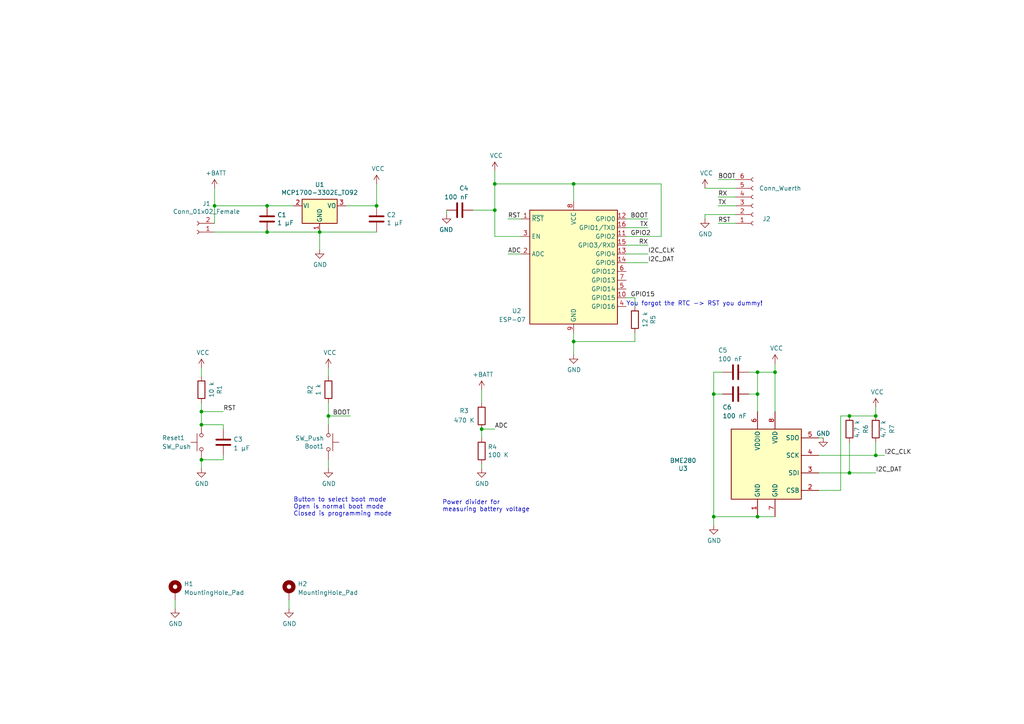
<source format=kicad_sch>
(kicad_sch (version 20230121) (generator eeschema)
  (paper "A4")
  (lib_symbols
    (symbol "Connector:Conn_01x02_Female" (pin_names (offset 1.016) hide)
      (property "Reference" "J" (at 0 2.54 0))
      (property "Value" "Conn_01x02_Female" (at 0 -5.08 0))
      (symbol "Conn_01x02_Female_1_1"
        (arc (start 0 -2.032) (mid -0.5058 -2.54) (end 0 -3.048) (stroke (width 0.1524)))
        (polyline (pts (xy -1.27 -2.54) (xy -0.508 -2.54)) (stroke (width 0.1524)))
        (polyline (pts (xy -1.27 0) (xy -0.508 0)) (stroke (width 0.1524)))
        (arc (start 0 0.508) (mid -0.5058 0) (end 0 -0.508) (stroke (width 0.1524)))
        (pin passive line (at -5.08 0 0) (length 3.81) (name "Pin_1") (number "1"))
        (pin passive line (at -5.08 -2.54 0) (length 3.81) (name "Pin_2") (number "2"))
      )
    )
    (symbol "Connector:Conn_01x06_Female" (pin_names (offset 1.016) hide)
      (property "Reference" "J" (at 0 7.62 0))
      (property "Value" "Conn_01x06_Female" (at 0 -10.16 0))
      (symbol "Conn_01x06_Female_1_1"
        (arc (start 0 -7.112) (mid -0.5058 -7.62) (end 0 -8.128) (stroke (width 0.1524)))
        (arc (start 0 -4.572) (mid -0.5058 -5.08) (end 0 -5.588) (stroke (width 0.1524)))
        (arc (start 0 -2.032) (mid -0.5058 -2.54) (end 0 -3.048) (stroke (width 0.1524)))
        (polyline (pts (xy -1.27 -7.62) (xy -0.508 -7.62)) (stroke (width 0.1524)))
        (polyline (pts (xy -1.27 -5.08) (xy -0.508 -5.08)) (stroke (width 0.1524)))
        (polyline (pts (xy -1.27 -2.54) (xy -0.508 -2.54)) (stroke (width 0.1524)))
        (polyline (pts (xy -1.27 0) (xy -0.508 0)) (stroke (width 0.1524)))
        (polyline (pts (xy -1.27 2.54) (xy -0.508 2.54)) (stroke (width 0.1524)))
        (polyline (pts (xy -1.27 5.08) (xy -0.508 5.08)) (stroke (width 0.1524)))
        (arc (start 0 0.508) (mid -0.5058 0) (end 0 -0.508) (stroke (width 0.1524)))
        (arc (start 0 3.048) (mid -0.5058 2.54) (end 0 2.032) (stroke (width 0.1524)))
        (arc (start 0 5.588) (mid -0.5058 5.08) (end 0 4.572) (stroke (width 0.1524)))
        (pin passive line (at -5.08 5.08 0) (length 3.81) (name "Pin_1") (number "1"))
        (pin passive line (at -5.08 2.54 0) (length 3.81) (name "Pin_2") (number "2"))
        (pin passive line (at -5.08 0 0) (length 3.81) (name "Pin_3") (number "3"))
        (pin passive line (at -5.08 -2.54 0) (length 3.81) (name "Pin_4") (number "4"))
        (pin passive line (at -5.08 -5.08 0) (length 3.81) (name "Pin_5") (number "5"))
        (pin passive line (at -5.08 -7.62 0) (length 3.81) (name "Pin_6") (number "6"))
      )
    )
    (symbol "Device:C" (pin_numbers hide) (pin_names (offset 0.254))
      (property "Reference" "C" (at 0.635 2.54 0))
      (property "Value" "C" (at 0.635 -2.54 0))
      (symbol "C_0_1"
        (polyline (pts (xy -2.032 -0.762) (xy 2.032 -0.762)) (stroke (width 0.508)))
        (polyline (pts (xy -2.032 0.762) (xy 2.032 0.762)) (stroke (width 0.508)))
      )
      (symbol "C_1_1"
        (pin passive line (at 0 3.81 270) (length 2.794) (name "~") (number "1"))
        (pin passive line (at 0 -3.81 90) (length 2.794) (name "~") (number "2"))
      )
    )
    (symbol "Device:R" (pin_numbers hide) (pin_names (offset 0))
      (property "Reference" "R" (at 2.032 0 90))
      (property "Value" "R" (at 0 0 90))
      (symbol "R_0_1"
        (rectangle (start -1.016 -2.54) (end 1.016 2.54) (stroke (width 0.254)))
      )
      (symbol "R_1_1"
        (pin passive line (at 0 3.81 270) (length 1.27) (name "~") (number "1"))
        (pin passive line (at 0 -3.81 90) (length 1.27) (name "~") (number "2"))
      )
    )
    (symbol "Mechanical:MountingHole_Pad" (pin_numbers hide) (pin_names (offset 1.016) hide)
      (property "Reference" "H" (at 0 6.35 0))
      (property "Value" "MountingHole_Pad" (at 0 4.445 0))
      (symbol "MountingHole_Pad_0_1"
        (circle (center 0 1.27) (radius 1.27) (stroke (width 1.27)))
      )
      (symbol "MountingHole_Pad_1_1"
        (pin input line (at 0 -2.54 90) (length 2.54) (name "1") (number "1"))
      )
    )
    (symbol "RF_Module:ESP-07"
      (property "Reference" "U" (at -12.7 19.05 0))
      (property "Value" "ESP-07" (at 12.7 19.05 0))
      (symbol "ESP-07_0_1"
        (rectangle (start -12.7 17.78) (end 12.7 -15.24) (stroke (width 0.254)) (fill (type background)))
      )
      (symbol "ESP-07_1_1"
        (pin input line (at -15.24 15.24 0) (length 2.54) (name "~{RST}") (number "1"))
        (pin bidirectional line (at 15.24 -7.62 180) (length 2.54) (name "GPIO15") (number "10"))
        (pin bidirectional line (at 15.24 10.16 180) (length 2.54) (name "GPIO2") (number "11"))
        (pin bidirectional line (at 15.24 15.24 180) (length 2.54) (name "GPIO0") (number "12"))
        (pin bidirectional line (at 15.24 5.08 180) (length 2.54) (name "GPIO4") (number "13"))
        (pin bidirectional line (at 15.24 2.54 180) (length 2.54) (name "GPIO5") (number "14"))
        (pin bidirectional line (at 15.24 7.62 180) (length 2.54) (name "GPIO3/RXD") (number "15"))
        (pin bidirectional line (at 15.24 12.7 180) (length 2.54) (name "GPIO1/TXD") (number "16"))
        (pin input line (at -15.24 5.08 0) (length 2.54) (name "ADC") (number "2"))
        (pin input line (at -15.24 10.16 0) (length 2.54) (name "EN") (number "3"))
        (pin bidirectional line (at 15.24 -10.16 180) (length 2.54) (name "GPIO16") (number "4"))
        (pin bidirectional line (at 15.24 -5.08 180) (length 2.54) (name "GPIO14") (number "5"))
        (pin bidirectional line (at 15.24 0 180) (length 2.54) (name "GPIO12") (number "6"))
        (pin bidirectional line (at 15.24 -2.54 180) (length 2.54) (name "GPIO13") (number "7"))
        (pin power_in line (at 0 20.32 270) (length 2.54) (name "VCC") (number "8"))
        (pin power_in line (at 0 -17.78 90) (length 2.54) (name "GND") (number "9"))
      )
    )
    (symbol "Regulator_Linear:MCP1700-3302E_TO92" (pin_names (offset 0.254))
      (property "Reference" "U" (at -3.81 -3.175 0))
      (property "Value" "MCP1700-3302E_TO92" (at 0 -3.175 0))
      (symbol "MCP1700-3302E_TO92_0_1"
        (rectangle (start -5.08 5.08) (end 5.08 -1.905) (stroke (width 0.254)) (fill (type background)))
      )
      (symbol "MCP1700-3302E_TO92_1_1"
        (pin power_in line (at 0 7.62 270) (length 2.54) (name "GND") (number "1"))
        (pin power_in line (at -7.62 0 0) (length 2.54) (name "VI") (number "2"))
        (pin power_out line (at 7.62 0 180) (length 2.54) (name "VO") (number "3"))
      )
    )
    (symbol "Sensor:BME280"
      (property "Reference" "U" (at -8.89 11.43 0))
      (property "Value" "BME280" (at 7.62 11.43 0))
      (symbol "BME280_0_1"
        (rectangle (start -10.16 10.16) (end 10.16 -10.16) (stroke (width 0.254)) (fill (type background)))
      )
      (symbol "BME280_1_1"
        (pin power_in line (at -2.54 -15.24 90) (length 5.08) (name "GND") (number "1"))
        (pin input line (at 15.24 -7.62 180) (length 5.08) (name "CSB") (number "2"))
        (pin bidirectional line (at 15.24 -2.54 180) (length 5.08) (name "SDI") (number "3"))
        (pin input line (at 15.24 2.54 180) (length 5.08) (name "SCK") (number "4"))
        (pin bidirectional line (at 15.24 7.62 180) (length 5.08) (name "SDO") (number "5"))
        (pin power_in line (at -2.54 15.24 270) (length 5.08) (name "VDDIO") (number "6"))
        (pin power_in line (at 2.54 -15.24 90) (length 5.08) (name "GND") (number "7"))
        (pin power_in line (at 2.54 15.24 270) (length 5.08) (name "VDD") (number "8"))
      )
    )
    (symbol "Switch:SW_Push" (pin_numbers hide) (pin_names (offset 1.016) hide)
      (property "Reference" "SW" (at 1.27 2.54 0))
      (property "Value" "SW_Push" (at 0 -1.524 0))
      (symbol "SW_Push_0_1"
        (circle (center -2.032 0) (radius 0.508))
        (polyline (pts (xy 0 1.27) (xy 0 3.048)))
        (polyline (pts (xy 2.54 1.27) (xy -2.54 1.27)))
        (circle (center 2.032 0) (radius 0.508))
        (pin passive line (at -5.08 0 0) (length 2.54) (name "1") (number "1"))
        (pin passive line (at 5.08 0 180) (length 2.54) (name "2") (number "2"))
      )
    )
    (symbol "power:+BATT" (power) (pin_names (offset 0))
      (property "Value" "+BATT" (at 0 3.556 0))
      (symbol "+BATT_0_1"
        (polyline (pts (xy -0.762 1.27) (xy 0 2.54)))
        (polyline (pts (xy 0 0) (xy 0 2.54)))
        (polyline (pts (xy 0 2.54) (xy 0.762 1.27)))
      )
      (symbol "+BATT_1_1"
        (pin power_in line (at 0 0 90) (length 0) hide (name "+BATT") (number "1"))
      )
    )
    (symbol "power:GND" (power) (pin_names (offset 0))
      (property "Value" "GND" (at 0 -3.81 0))
      (symbol "GND_0_1"
        (polyline (pts (xy 0 0) (xy 0 -1.27) (xy 1.27 -1.27) (xy 0 -2.54) (xy -1.27 -1.27) (xy 0 -1.27)))
      )
      (symbol "GND_1_1"
        (pin power_in line (at 0 0 270) (length 0) hide (name "GND") (number "1"))
      )
    )
    (symbol "power:VCC" (power) (pin_names (offset 0))
      (property "Value" "VCC" (at 0 3.81 0))
      (symbol "VCC_0_1"
        (polyline (pts (xy -0.762 1.27) (xy 0 2.54)))
        (polyline (pts (xy 0 0) (xy 0 2.54)))
        (polyline (pts (xy 0 2.54) (xy 0.762 1.27)))
      )
      (symbol "VCC_1_1"
        (pin power_in line (at 0 0 90) (length 0) hide (name "VCC") (number "1"))
      )
    )
  )
  (junction (at 219.71 149.86))
  (junction (at 207.01 149.86))
  (junction (at 62.23 59.69))
  (junction (at 246.38 120.65))
  (junction (at 143.51 53.34))
  (junction (at 254 132.08))
  (junction (at 166.37 53.34))
  (junction (at 95.25 120.65))
  (junction (at 92.71 67.31))
  (junction (at 166.37 99.06))
  (junction (at 143.51 60.96))
  (junction (at 77.47 67.31))
  (junction (at 77.47 59.69))
  (junction (at 219.71 114.3))
  (junction (at 58.42 133.35))
  (junction (at 139.7 124.46))
  (junction (at 207.01 114.3))
  (junction (at 58.42 123.19))
  (junction (at 254 120.65))
  (junction (at 58.42 119.38))
  (junction (at 246.38 137.16))
  (junction (at 224.79 107.95))
  (junction (at 219.71 107.95))
  (junction (at 109.22 59.69))
  (wire (pts (xy 62.23 67.31) (xy 77.47 67.31)))
  (wire (pts (xy 58.42 133.35) (xy 58.42 135.89)))
  (wire (pts (xy 181.61 63.5) (xy 187.96 63.5)))
  (wire (pts (xy 204.47 63.5) (xy 204.47 62.23)))
  (wire (pts (xy 166.37 96.52) (xy 166.37 99.06)))
  (wire (pts (xy 64.77 133.35) (xy 58.42 133.35)))
  (wire (pts (xy 207.01 149.86) (xy 207.01 152.4)))
  (wire (pts (xy 151.13 73.66) (xy 147.32 73.66)))
  (wire (pts (xy 243.84 120.65) (xy 246.38 120.65)))
  (wire (pts (xy 58.42 119.38) (xy 64.77 119.38)))
  (wire (pts (xy 95.25 116.84) (xy 95.25 120.65)))
  (wire (pts (xy 219.71 149.86) (xy 224.79 149.86)))
  (wire (pts (xy 166.37 99.06) (xy 166.37 102.87)))
  (wire (pts (xy 166.37 53.34) (xy 166.37 58.42)))
  (wire (pts (xy 243.84 142.24) (xy 243.84 120.65)))
  (wire (pts (xy 62.23 59.69) (xy 77.47 59.69)))
  (wire (pts (xy 143.51 53.34) (xy 143.51 60.96)))
  (wire (pts (xy 207.01 107.95) (xy 209.55 107.95)))
  (wire (pts (xy 208.28 52.07) (xy 213.36 52.07)))
  (wire (pts (xy 77.47 59.69) (xy 85.09 59.69)))
  (wire (pts (xy 254 118.11) (xy 254 120.65)))
  (wire (pts (xy 207.01 114.3) (xy 207.01 149.86)))
  (wire (pts (xy 213.36 59.69) (xy 208.28 59.69)))
  (wire (pts (xy 254 128.27) (xy 254 132.08)))
  (wire (pts (xy 77.47 67.31) (xy 92.71 67.31)))
  (wire (pts (xy 92.71 67.31) (xy 109.22 67.31)))
  (wire (pts (xy 219.71 114.3) (xy 219.71 119.38)))
  (wire (pts (xy 83.82 173.99) (xy 83.82 176.53)))
  (wire (pts (xy 64.77 123.19) (xy 58.42 123.19)))
  (wire (pts (xy 58.42 106.68) (xy 58.42 109.22)))
  (wire (pts (xy 224.79 107.95) (xy 224.79 119.38)))
  (wire (pts (xy 181.61 86.36) (xy 184.15 86.36)))
  (wire (pts (xy 219.71 114.3) (xy 217.17 114.3)))
  (wire (pts (xy 58.42 123.19) (xy 58.42 119.38)))
  (wire (pts (xy 166.37 53.34) (xy 143.51 53.34)))
  (wire (pts (xy 62.23 54.61) (xy 62.23 59.69)))
  (wire (pts (xy 237.49 142.24) (xy 243.84 142.24)))
  (wire (pts (xy 237.49 132.08) (xy 254 132.08)))
  (wire (pts (xy 143.51 60.96) (xy 143.51 68.58)))
  (wire (pts (xy 92.71 67.31) (xy 92.71 72.39)))
  (wire (pts (xy 184.15 96.52) (xy 184.15 99.06)))
  (wire (pts (xy 139.7 113.03) (xy 139.7 116.84)))
  (wire (pts (xy 100.33 59.69) (xy 109.22 59.69)))
  (wire (pts (xy 181.61 68.58) (xy 191.77 68.58)))
  (wire (pts (xy 213.36 54.61) (xy 204.47 54.61)))
  (wire (pts (xy 219.71 107.95) (xy 217.17 107.95)))
  (wire (pts (xy 62.23 64.77) (xy 62.23 59.69)))
  (wire (pts (xy 237.49 127) (xy 238.76 127)))
  (wire (pts (xy 95.25 106.68) (xy 95.25 109.22)))
  (wire (pts (xy 207.01 149.86) (xy 219.71 149.86)))
  (wire (pts (xy 129.54 60.96) (xy 129.54 62.23)))
  (wire (pts (xy 181.61 66.04) (xy 187.96 66.04)))
  (wire (pts (xy 224.79 105.41) (xy 224.79 107.95)))
  (wire (pts (xy 95.25 135.89) (xy 95.25 133.35)))
  (wire (pts (xy 147.32 63.5) (xy 151.13 63.5)))
  (wire (pts (xy 184.15 86.36) (xy 184.15 88.9)))
  (wire (pts (xy 139.7 134.62) (xy 139.7 135.89)))
  (wire (pts (xy 204.47 62.23) (xy 213.36 62.23)))
  (wire (pts (xy 64.77 124.46) (xy 64.77 123.19)))
  (wire (pts (xy 191.77 68.58) (xy 191.77 53.34)))
  (wire (pts (xy 184.15 99.06) (xy 166.37 99.06)))
  (wire (pts (xy 139.7 124.46) (xy 139.7 127)))
  (wire (pts (xy 237.49 137.16) (xy 246.38 137.16)))
  (wire (pts (xy 213.36 57.15) (xy 208.28 57.15)))
  (wire (pts (xy 143.51 49.53) (xy 143.51 53.34)))
  (wire (pts (xy 109.22 53.34) (xy 109.22 59.69)))
  (wire (pts (xy 246.38 137.16) (xy 254 137.16)))
  (wire (pts (xy 207.01 114.3) (xy 209.55 114.3)))
  (wire (pts (xy 219.71 107.95) (xy 219.71 114.3)))
  (wire (pts (xy 181.61 76.2) (xy 187.96 76.2)))
  (wire (pts (xy 246.38 120.65) (xy 254 120.65)))
  (wire (pts (xy 139.7 124.46) (xy 143.51 124.46)))
  (wire (pts (xy 58.42 119.38) (xy 58.42 116.84)))
  (wire (pts (xy 137.16 60.96) (xy 143.51 60.96)))
  (wire (pts (xy 50.8 173.99) (xy 50.8 176.53)))
  (wire (pts (xy 208.28 64.77) (xy 213.36 64.77)))
  (wire (pts (xy 224.79 107.95) (xy 219.71 107.95)))
  (wire (pts (xy 143.51 68.58) (xy 151.13 68.58)))
  (wire (pts (xy 207.01 107.95) (xy 207.01 114.3)))
  (wire (pts (xy 95.25 120.65) (xy 95.25 123.19)))
  (wire (pts (xy 254 132.08) (xy 256.54 132.08)))
  (wire (pts (xy 191.77 53.34) (xy 166.37 53.34)))
  (wire (pts (xy 246.38 128.27) (xy 246.38 137.16)))
  (wire (pts (xy 95.25 120.65) (xy 101.6 120.65)))
  (wire (pts (xy 64.77 132.08) (xy 64.77 133.35)))
  (wire (pts (xy 181.61 73.66) (xy 187.96 73.66)))
  (wire (pts (xy 181.61 71.12) (xy 187.96 71.12)))
  (text "Button to select boot mode\nOpen is normal boot mode\nClosed is programming mode" (at 85.09 149.86 0) (effects (font (size 1.27 1.27)) (justify left bottom)))
  (text "Power divider for \nmeasuring battery voltage" (at 128.27 148.59 0) (effects (font (size 1.27 1.27)) (justify left bottom)))
  (text "You forgot the RTC -> RST you dummy!" (at 181.61 88.9 0) (effects (font (size 1.27 1.27)) (justify left bottom)))
  (label "I2C_CLK" (at 256.54 132.08 0))
  (label "TX" (at 187.96 66.04 180))
  (label "RST" (at 64.77 119.38 0))
  (label "RX" (at 187.96 71.12 180))
  (label "TX" (at 208.28 59.69 0))
  (label "BOOT" (at 101.6 120.65 180))
  (label "BOOT" (at 187.96 63.5 180))
  (label "I2C_DAT" (at 254 137.16 0))
  (label "ADC" (at 147.32 73.66 0))
  (label "GPIO15" (at 182.88 86.36 0))
  (label "ADC" (at 143.51 124.46 0))
  (label "RST" (at 208.28 64.77 0))
  (label "I2C_CLK" (at 187.96 73.66 0))
  (label "RST" (at 147.32 63.5 0))
  (label "RX" (at 208.28 57.15 0))
  (label "I2C_DAT" (at 187.96 76.2 0))
  (label "GPIO2" (at 182.88 68.58 0))
  (label "BOOT" (at 208.28 52.07 0))
  (symbol (lib_id "RF_Module:ESP-07") (at 166.37 78.74 0) (unit 1)
    (property "Reference" "U2" (at 149.86 90.17 0))
    (property "Value" "ESP-07" (at 148.59 92.71 0))
    (property "Footprint" "RF_Module:ESP-07" (effects hide))
    (property "Datasheet" "http://wiki.ai-thinker.com/_media/esp8266/esp8266_series_modules_user_manual_v1.1.pdf" (effects hide))
  )
  (symbol (lib_id "power:GND") (at 166.37 102.87 0) (unit 1)
    (property "Reference" "#PWR02" (effects hide))
    (property "Value" "GND" (at 166.497 107.2642 0))
  )
  (symbol (lib_id "Regulator_Linear:MCP1700-3302E_TO92") (at 92.71 59.69 0) (mirror x) (unit 1)
    (property "Reference" "U1" (at 92.71 53.5432 0))
    (property "Value" "MCP1700-3302E_TO92" (at 92.71 55.8546 0))
    (property "Footprint" "Package_TO_SOT_SMD:SOT-23" (effects hide))
    (property "Datasheet" "http://ww1.microchip.com/downloads/en/DeviceDoc/20001826D.pdf" (effects hide))
  )
  (symbol (lib_id "power:GND") (at 92.71 72.39 0) (unit 1)
    (property "Reference" "#PWR01" (effects hide))
    (property "Value" "GND" (at 92.837 76.7842 0))
  )
  (symbol (lib_id "Device:C") (at 109.22 63.5 0) (unit 1)
    (property "Reference" "C2" (at 112.141 62.3316 0) (effects (justify left)))
    (property "Value" "1 µF" (at 112.141 64.643 0) (effects (justify left)))
    (property "Footprint" "Capacitor_SMD:C_0603_1608Metric" (effects hide))
  )
  (symbol (lib_id "Device:R") (at 95.25 113.03 0) (unit 1)
    (property "Reference" "R2" (at 89.9922 113.03 90))
    (property "Value" "1 k" (at 92.3036 113.03 90))
    (property "Footprint" "Resistor_SMD:R_0603_1608Metric" (effects hide))
  )
  (symbol (lib_id "power:GND") (at 95.25 135.89 0) (unit 1)
    (property "Reference" "#PWR03" (effects hide))
    (property "Value" "GND" (at 95.377 140.2842 0))
  )
  (symbol (lib_id "Device:R") (at 58.42 113.03 180) (unit 1)
    (property "Reference" "R1" (at 63.6778 113.03 90))
    (property "Value" "10 k" (at 61.3664 113.03 90))
    (property "Footprint" "Resistor_SMD:R_0603_1608Metric" (effects hide))
  )
  (symbol (lib_id "Switch:SW_Push") (at 58.42 128.27 90) (unit 1)
    (property "Reference" "Reset1" (at 46.99 127 90) (effects (justify right)))
    (property "Value" "SW_Push" (at 46.99 129.54 90) (effects (justify right)))
    (property "Footprint" "Button_Switch_SMD:SW_SPST_B3U-1000P" (effects hide))
  )
  (symbol (lib_id "Connector:Conn_01x02_Female") (at 57.15 67.31 180) (unit 1)
    (property "Reference" "J1" (at 59.8932 59.055 0))
    (property "Value" "Conn_01x02_Female" (at 59.8932 61.3664 0))
    (property "Footprint" "Connector_JST:JST_PH_S2B-PH-K_1x02_P2.00mm_Horizontal" (effects hide))
  )
  (symbol (lib_id "Device:R") (at 139.7 120.65 0) (unit 1)
    (property "Reference" "R3" (at 134.62 119.1514 0))
    (property "Value" "470 K" (at 134.62 121.92 0))
    (property "Footprint" "Resistor_SMD:R_0603_1608Metric" (effects hide))
  )
  (symbol (lib_id "Device:R") (at 139.7 130.81 0) (unit 1)
    (property "Reference" "R4" (at 141.478 129.6416 0) (effects (justify left)))
    (property "Value" "100 K" (at 141.478 131.953 0) (effects (justify left)))
    (property "Footprint" "Resistor_SMD:R_0603_1608Metric" (effects hide))
  )
  (symbol (lib_id "power:VCC") (at 109.22 53.34 0) (unit 1)
    (property "Reference" "#PWR05" (effects hide))
    (property "Value" "VCC" (at 109.6518 48.9458 0))
  )
  (symbol (lib_id "power:+BATT") (at 62.23 54.61 0) (unit 1)
    (property "Reference" "#PWR04" (effects hide))
    (property "Value" "+BATT" (at 62.611 50.2158 0))
  )
  (symbol (lib_id "power:+BATT") (at 139.7 113.03 0) (unit 1)
    (property "Reference" "#PWR06" (effects hide))
    (property "Value" "+BATT" (at 140.081 108.6358 0))
  )
  (symbol (lib_id "Device:C") (at 77.47 63.5 0) (unit 1)
    (property "Reference" "C1" (at 80.391 62.3316 0) (effects (justify left)))
    (property "Value" "1 µF" (at 80.391 64.643 0) (effects (justify left)))
    (property "Footprint" "Capacitor_SMD:C_0603_1608Metric" (effects hide))
  )
  (symbol (lib_id "Switch:SW_Push") (at 95.25 128.27 270) (unit 1)
    (property "Reference" "Boot1" (at 94.0308 129.4384 90) (effects (justify right)))
    (property "Value" "SW_Push" (at 94.0308 127.127 90) (effects (justify right)))
    (property "Footprint" "Button_Switch_SMD:SW_SPST_B3U-1000P" (effects hide))
  )
  (symbol (lib_id "Connector:Conn_01x06_Female") (at 218.44 59.69 0) (mirror x) (unit 1)
    (property "Reference" "J2" (at 223.52 63.5 0) (effects (justify right)))
    (property "Value" "Conn_Wuerth" (at 232.41 54.61 0) (effects (justify right)))
    (property "Footprint" "Library:Würth_Debug_Connector_6pin" (effects hide))
  )
  (symbol (lib_id "Device:R") (at 184.15 92.71 180) (unit 1)
    (property "Reference" "R5" (at 189.4078 92.71 90))
    (property "Value" "12 k" (at 187.0964 92.71 90))
    (property "Footprint" "Resistor_SMD:R_0603_1608Metric" (effects hide))
  )
  (symbol (lib_id "power:GND") (at 139.7 135.89 0) (unit 1)
    (property "Reference" "#PWR0101" (effects hide))
    (property "Value" "GND" (at 139.827 140.2842 0))
  )
  (symbol (lib_id "power:GND") (at 58.42 135.89 0) (unit 1)
    (property "Reference" "#PWR0102" (effects hide))
    (property "Value" "GND" (at 58.547 140.2842 0))
  )
  (symbol (lib_id "Sensor:BME280") (at 222.25 134.62 0) (unit 1)
    (property "Reference" "U3" (at 198.12 135.89 0))
    (property "Value" "BME280" (at 198.12 133.5786 0))
    (property "Footprint" "Package_LGA:Bosch_LGA-8_2.5x2.5mm_P0.65mm_ClockwisePinNumbering" (effects hide))
    (property "Datasheet" "https://www.bosch-sensortec.com/media/boschsensortec/downloads/datasheets/bst-bme280-ds002.pdf" (effects hide))
  )
  (symbol (lib_id "power:GND") (at 50.8 176.53 0) (unit 1)
    (property "Reference" "#PWR0113" (effects hide))
    (property "Value" "GND" (at 50.927 180.9242 0))
  )
  (symbol (lib_id "power:VCC") (at 204.47 54.61 0) (unit 1)
    (property "Reference" "#PWR0112" (effects hide))
    (property "Value" "VCC" (at 204.9018 50.2158 0))
  )
  (symbol (lib_id "power:VCC") (at 254 118.11 0) (unit 1)
    (property "Reference" "#PWR0108" (effects hide))
    (property "Value" "VCC" (at 254.4318 113.7158 0))
  )
  (symbol (lib_id "power:GND") (at 83.82 176.53 0) (unit 1)
    (property "Reference" "#PWR0114" (effects hide))
    (property "Value" "GND" (at 83.947 180.9242 0))
  )
  (symbol (lib_id "Mechanical:MountingHole_Pad") (at 50.8 171.45 0) (unit 1)
    (property "Reference" "H1" (at 53.34 169.3453 0) (effects (justify left)))
    (property "Value" "MountingHole_Pad" (at 53.34 171.8822 0) (effects (justify left)))
    (property "Footprint" "MountingHole:MountingHole_2.2mm_M2_DIN965_Pad" (effects hide))
  )
  (symbol (lib_id "power:VCC") (at 58.42 106.68 0) (unit 1)
    (property "Reference" "#PWR0110" (effects hide))
    (property "Value" "VCC" (at 58.8518 102.2858 0))
  )
  (symbol (lib_id "power:VCC") (at 224.79 105.41 0) (unit 1)
    (property "Reference" "#PWR0107" (effects hide))
    (property "Value" "VCC" (at 225.2218 101.0158 0))
  )
  (symbol (lib_id "Device:R") (at 254 124.46 0) (unit 1)
    (property "Reference" "R7" (at 258.7158 124.46 90))
    (property "Value" "4.7 k" (at 256.1789 124.46 90))
    (property "Footprint" "Resistor_SMD:R_0603_1608Metric" (effects hide))
  )
  (symbol (lib_id "power:VCC") (at 95.25 106.68 0) (unit 1)
    (property "Reference" "#PWR0109" (effects hide))
    (property "Value" "VCC" (at 95.6818 102.2858 0))
  )
  (symbol (lib_id "Device:C") (at 213.36 107.95 270) (unit 1)
    (property "Reference" "C5" (at 208.28 101.6 90) (effects (justify left)))
    (property "Value" "100 nF" (at 208.28 104.14 90) (effects (justify left)))
    (property "Footprint" "Capacitor_SMD:C_0603_1608Metric" (effects hide))
  )
  (symbol (lib_id "power:GND") (at 207.01 152.4 0) (unit 1)
    (property "Reference" "#PWR0104" (effects hide))
    (property "Value" "GND" (at 207.137 156.7942 0))
  )
  (symbol (lib_id "Device:C") (at 133.35 60.96 90) (mirror x) (unit 1)
    (property "Reference" "C4" (at 135.89 54.61 90) (effects (justify left)))
    (property "Value" "100 nF" (at 135.89 57.15 90) (effects (justify left)))
    (property "Footprint" "Capacitor_SMD:C_0603_1608Metric" (effects hide))
  )
  (symbol (lib_id "power:VCC") (at 143.51 49.53 0) (unit 1)
    (property "Reference" "#PWR0106" (effects hide))
    (property "Value" "VCC" (at 143.9418 45.1358 0))
  )
  (symbol (lib_id "power:GND") (at 238.76 127 0) (unit 1)
    (property "Reference" "#PWR0105" (effects hide))
    (property "Value" "GND" (at 238.76 125.73 0))
  )
  (symbol (lib_id "power:GND") (at 129.54 62.23 0) (mirror y) (unit 1)
    (property "Reference" "#PWR0103" (effects hide))
    (property "Value" "GND" (at 129.413 66.6242 0))
  )
  (symbol (lib_id "power:GND") (at 204.47 63.5 0) (unit 1)
    (property "Reference" "#PWR0111" (effects hide))
    (property "Value" "GND" (at 204.597 67.8942 0))
  )
  (symbol (lib_id "Device:R") (at 246.38 124.46 0) (unit 1)
    (property "Reference" "R6" (at 251.0958 124.46 90))
    (property "Value" "4.7 k" (at 248.5589 124.46 90))
    (property "Footprint" "Resistor_SMD:R_0603_1608Metric" (effects hide))
  )
  (symbol (lib_id "Device:C") (at 64.77 128.27 0) (unit 1)
    (property "Reference" "C3" (at 67.691 127.4353 0) (effects (justify left)))
    (property "Value" "1 µF" (at 67.691 129.9722 0) (effects (justify left)))
    (property "Footprint" "Capacitor_SMD:C_0603_1608Metric" (effects hide))
  )
  (symbol (lib_id "Mechanical:MountingHole_Pad") (at 83.82 171.45 0) (unit 1)
    (property "Reference" "H2" (at 86.36 169.3453 0) (effects (justify left)))
    (property "Value" "MountingHole_Pad" (at 86.36 171.8822 0) (effects (justify left)))
    (property "Footprint" "MountingHole:MountingHole_2.2mm_M2_DIN965_Pad" (effects hide))
  )
  (symbol (lib_id "Device:C") (at 213.36 114.3 270) (unit 1)
    (property "Reference" "C6" (at 209.55 118.11 90) (effects (justify left)))
    (property "Value" "100 nF" (at 209.55 120.65 90) (effects (justify left)))
    (property "Footprint" "Capacitor_SMD:C_0603_1608Metric" (effects hide))
  )
)
</source>
